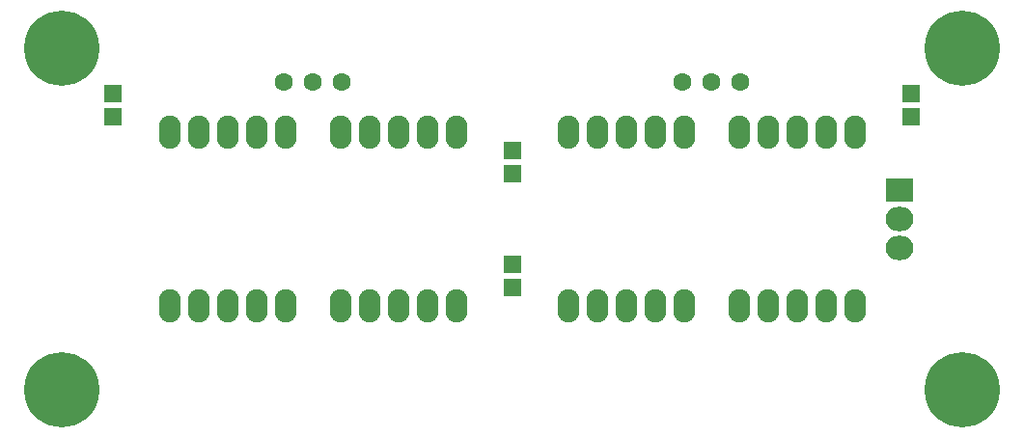
<source format=gts>
G04 #@! TF.FileFunction,Soldermask,Top*
%FSLAX46Y46*%
G04 Gerber Fmt 4.6, Leading zero omitted, Abs format (unit mm)*
G04 Created by KiCad (PCBNEW 4.0.4-1.fc25-product) date Sun Apr  2 19:56:51 2017*
%MOMM*%
%LPD*%
G01*
G04 APERTURE LIST*
%ADD10C,0.100000*%
%ADD11C,6.600000*%
%ADD12C,1.600000*%
%ADD13R,1.598880X1.598880*%
%ADD14R,2.432000X2.127200*%
%ADD15O,2.432000X2.127200*%
%ADD16O,1.924000X2.924000*%
G04 APERTURE END LIST*
D10*
D11*
X194500000Y-111000000D03*
X115500000Y-111000000D03*
X115500000Y-81000000D03*
D12*
X175040000Y-84000000D03*
X172500000Y-84000000D03*
X169960000Y-84000000D03*
D13*
X190000000Y-84950980D03*
X190000000Y-87049020D03*
X120000000Y-84950980D03*
X120000000Y-87049020D03*
X155000000Y-89950980D03*
X155000000Y-92049020D03*
X155000000Y-99950980D03*
X155000000Y-102049020D03*
D14*
X189000000Y-93460000D03*
D15*
X189000000Y-96000000D03*
X189000000Y-98540000D03*
D16*
X124920000Y-103620000D03*
X127460000Y-103620000D03*
X130000000Y-103620000D03*
X132540000Y-103620000D03*
X135080000Y-103620000D03*
X135080000Y-88380000D03*
X132540000Y-88380000D03*
X130000000Y-88380000D03*
X127460000Y-88380000D03*
X124920000Y-88380000D03*
X139920000Y-103620000D03*
X142460000Y-103620000D03*
X145000000Y-103620000D03*
X147540000Y-103620000D03*
X150080000Y-103620000D03*
X150080000Y-88380000D03*
X147540000Y-88380000D03*
X145000000Y-88380000D03*
X142460000Y-88380000D03*
X139920000Y-88380000D03*
X159920000Y-103620000D03*
X162460000Y-103620000D03*
X165000000Y-103620000D03*
X167540000Y-103620000D03*
X170080000Y-103620000D03*
X170080000Y-88380000D03*
X167540000Y-88380000D03*
X165000000Y-88380000D03*
X162460000Y-88380000D03*
X159920000Y-88380000D03*
X174920000Y-103620000D03*
X177460000Y-103620000D03*
X180000000Y-103620000D03*
X182540000Y-103620000D03*
X185080000Y-103620000D03*
X185080000Y-88380000D03*
X182540000Y-88380000D03*
X180000000Y-88380000D03*
X177460000Y-88380000D03*
X174920000Y-88380000D03*
D12*
X140040000Y-84000000D03*
X137500000Y-84000000D03*
X134960000Y-84000000D03*
D11*
X194500000Y-81000000D03*
M02*

</source>
